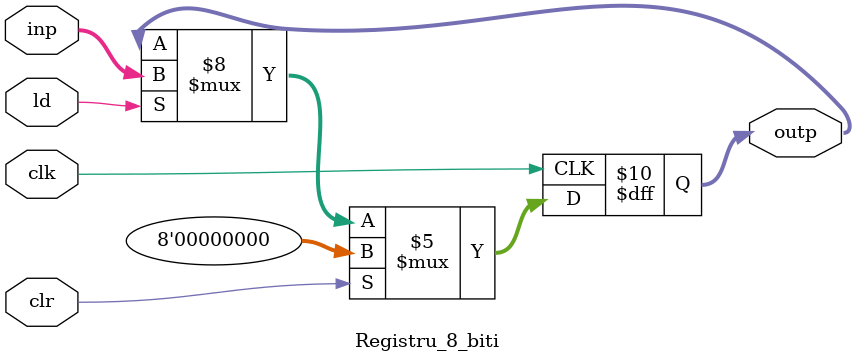
<source format=v>
`timescale 1ns / 1ps

module Registru_8_biti(
    input clk,
    input clr,
    input ld,
    input [7:0] inp,
    output reg [7:0] outp
    );
    
    always @ (posedge clk)
    begin
        if (ld == 1) begin
            outp = inp;
        end
        if (clr == 1) begin
            outp = 0;
        end
    end
endmodule

</source>
